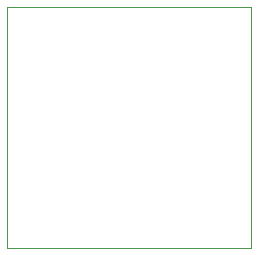
<source format=gm1>
G04 #@! TF.FileFunction,Profile,NP*
%FSLAX46Y46*%
G04 Gerber Fmt 4.6, Leading zero omitted, Abs format (unit mm)*
G04 Created by KiCad (PCBNEW 0.201510241816+6277~30~ubuntu14.04.1-product) date 2015-10-26T15:41:35 CET*
%MOMM*%
G01*
G04 APERTURE LIST*
%ADD10C,0.100000*%
G04 APERTURE END LIST*
D10*
X89662000Y-77978000D02*
X89662000Y-57531000D01*
X110363000Y-77978000D02*
X89662000Y-77978000D01*
X110363000Y-57531000D02*
X110363000Y-77978000D01*
X89662000Y-57531000D02*
X110363000Y-57531000D01*
M02*

</source>
